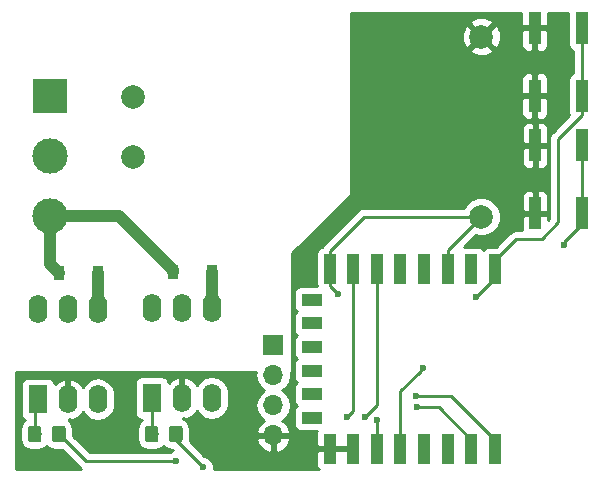
<source format=gtl>
G04 #@! TF.GenerationSoftware,KiCad,Pcbnew,5.0.2-bee76a0~70~ubuntu18.04.1*
G04 #@! TF.CreationDate,2019-03-11T17:22:41+01:00*
G04 #@! TF.ProjectId,FilPilote,46696c50-696c-46f7-9465-2e6b69636164,rev?*
G04 #@! TF.SameCoordinates,Original*
G04 #@! TF.FileFunction,Copper,L1,Top*
G04 #@! TF.FilePolarity,Positive*
%FSLAX46Y46*%
G04 Gerber Fmt 4.6, Leading zero omitted, Abs format (unit mm)*
G04 Created by KiCad (PCBNEW 5.0.2-bee76a0~70~ubuntu18.04.1) date lun. 11 mars 2019 17:22:41 CET*
%MOMM*%
%LPD*%
G01*
G04 APERTURE LIST*
G04 #@! TA.AperFunction,SMDPad,CuDef*
%ADD10R,1.000000X2.750000*%
G04 #@! TD*
G04 #@! TA.AperFunction,SMDPad,CuDef*
%ADD11R,1.000000X2.500000*%
G04 #@! TD*
G04 #@! TA.AperFunction,SMDPad,CuDef*
%ADD12R,1.800000X1.000000*%
G04 #@! TD*
G04 #@! TA.AperFunction,ComponentPad*
%ADD13C,2.000000*%
G04 #@! TD*
G04 #@! TA.AperFunction,ComponentPad*
%ADD14R,1.700000X1.700000*%
G04 #@! TD*
G04 #@! TA.AperFunction,ComponentPad*
%ADD15O,1.700000X1.700000*%
G04 #@! TD*
G04 #@! TA.AperFunction,ComponentPad*
%ADD16R,3.000000X3.000000*%
G04 #@! TD*
G04 #@! TA.AperFunction,ComponentPad*
%ADD17C,3.000000*%
G04 #@! TD*
G04 #@! TA.AperFunction,Conductor*
%ADD18C,0.100000*%
G04 #@! TD*
G04 #@! TA.AperFunction,SMDPad,CuDef*
%ADD19C,1.150000*%
G04 #@! TD*
G04 #@! TA.AperFunction,ComponentPad*
%ADD20O,1.600000X2.400000*%
G04 #@! TD*
G04 #@! TA.AperFunction,ComponentPad*
%ADD21R,1.600000X2.400000*%
G04 #@! TD*
G04 #@! TA.AperFunction,SMDPad,CuDef*
%ADD22R,0.900000X1.200000*%
G04 #@! TD*
G04 #@! TA.AperFunction,ViaPad*
%ADD23C,0.600000*%
G04 #@! TD*
G04 #@! TA.AperFunction,Conductor*
%ADD24C,0.250000*%
G04 #@! TD*
G04 #@! TA.AperFunction,Conductor*
%ADD25C,1.000000*%
G04 #@! TD*
G04 #@! TA.AperFunction,Conductor*
%ADD26C,0.254000*%
G04 #@! TD*
G04 APERTURE END LIST*
D10*
G04 #@! TO.P,FLASH,2*
G04 #@! TO.N,/GND*
X156020000Y-90043000D03*
X156020000Y-84283000D03*
G04 #@! TO.P,FLASH,1*
G04 #@! TO.N,Net-(R8-Pad1)*
X160020000Y-84283000D03*
X160020000Y-90043000D03*
G04 #@! TD*
D11*
G04 #@! TO.P,U4,1*
G04 #@! TO.N,Net-(R7-Pad1)*
X152622000Y-94742000D03*
G04 #@! TO.P,U4,2*
G04 #@! TO.N,N/C*
X150622000Y-94742000D03*
G04 #@! TO.P,U4,3*
G04 #@! TO.N,/3V3*
X148622000Y-94742000D03*
G04 #@! TO.P,U4,4*
G04 #@! TO.N,N/C*
X146622000Y-94742000D03*
G04 #@! TO.P,U4,5*
X144622000Y-94742000D03*
G04 #@! TO.P,U4,6*
G04 #@! TO.N,/O1*
X142622000Y-94742000D03*
G04 #@! TO.P,U4,7*
G04 #@! TO.N,/O2*
X140622000Y-94742000D03*
G04 #@! TO.P,U4,8*
G04 #@! TO.N,/3V3*
X138622000Y-94742000D03*
D12*
G04 #@! TO.P,U4,9*
G04 #@! TO.N,N/C*
X137122000Y-97342000D03*
G04 #@! TO.P,U4,10*
X137122000Y-99342000D03*
G04 #@! TO.P,U4,11*
X137122000Y-101342000D03*
G04 #@! TO.P,U4,12*
X137122000Y-103342000D03*
G04 #@! TO.P,U4,13*
X137122000Y-105342000D03*
G04 #@! TO.P,U4,14*
X137122000Y-107342000D03*
D11*
G04 #@! TO.P,U4,15*
G04 #@! TO.N,/GND*
X138622000Y-109942000D03*
G04 #@! TO.P,U4,16*
X140622000Y-109942000D03*
G04 #@! TO.P,U4,17*
G04 #@! TO.N,Net-(R3-Pad1)*
X142622000Y-109942000D03*
G04 #@! TO.P,U4,18*
G04 #@! TO.N,Net-(R8-Pad1)*
X144622000Y-109942000D03*
G04 #@! TO.P,U4,19*
G04 #@! TO.N,N/C*
X146622000Y-109942000D03*
G04 #@! TO.P,U4,20*
X148622000Y-109942000D03*
G04 #@! TO.P,U4,21*
G04 #@! TO.N,/RXD*
X150622000Y-109942000D03*
G04 #@! TO.P,U4,22*
G04 #@! TO.N,/TXD*
X152622000Y-109942000D03*
G04 #@! TD*
D13*
G04 #@! TO.P,U5,1*
G04 #@! TO.N,/PH_IN*
X122009001Y-80152001D03*
G04 #@! TO.P,U5,2*
G04 #@! TO.N,/NEUTRE*
X122009001Y-85232001D03*
G04 #@! TO.P,U5,3*
G04 #@! TO.N,/GND*
X151473001Y-75072001D03*
G04 #@! TO.P,U5,4*
G04 #@! TO.N,/3V3*
X151473001Y-90312001D03*
G04 #@! TD*
D14*
G04 #@! TO.P,J1,1*
G04 #@! TO.N,/3V3*
X133858000Y-101219000D03*
D15*
G04 #@! TO.P,J1,2*
G04 #@! TO.N,/TXD*
X133858000Y-103759000D03*
G04 #@! TO.P,J1,3*
G04 #@! TO.N,/RXD*
X133858000Y-106299000D03*
G04 #@! TO.P,J1,4*
G04 #@! TO.N,/GND*
X133858000Y-108839000D03*
G04 #@! TD*
D16*
G04 #@! TO.P,P1,1*
G04 #@! TO.N,/PH_IN*
X114935000Y-80137000D03*
D17*
G04 #@! TO.P,P1,2*
G04 #@! TO.N,/NEUTRE*
X114935000Y-85217000D03*
G04 #@! TO.P,P1,3*
G04 #@! TO.N,/FP_OUT*
X114935000Y-90297000D03*
G04 #@! TD*
D18*
G04 #@! TO.N,/O1*
G04 #@! TO.C,R1*
G36*
X125952505Y-108013204D02*
X125976773Y-108016804D01*
X126000572Y-108022765D01*
X126023671Y-108031030D01*
X126045850Y-108041520D01*
X126066893Y-108054132D01*
X126086599Y-108068747D01*
X126104777Y-108085223D01*
X126121253Y-108103401D01*
X126135868Y-108123107D01*
X126148480Y-108144150D01*
X126158970Y-108166329D01*
X126167235Y-108189428D01*
X126173196Y-108213227D01*
X126176796Y-108237495D01*
X126178000Y-108261999D01*
X126178000Y-109162001D01*
X126176796Y-109186505D01*
X126173196Y-109210773D01*
X126167235Y-109234572D01*
X126158970Y-109257671D01*
X126148480Y-109279850D01*
X126135868Y-109300893D01*
X126121253Y-109320599D01*
X126104777Y-109338777D01*
X126086599Y-109355253D01*
X126066893Y-109369868D01*
X126045850Y-109382480D01*
X126023671Y-109392970D01*
X126000572Y-109401235D01*
X125976773Y-109407196D01*
X125952505Y-109410796D01*
X125928001Y-109412000D01*
X125277999Y-109412000D01*
X125253495Y-109410796D01*
X125229227Y-109407196D01*
X125205428Y-109401235D01*
X125182329Y-109392970D01*
X125160150Y-109382480D01*
X125139107Y-109369868D01*
X125119401Y-109355253D01*
X125101223Y-109338777D01*
X125084747Y-109320599D01*
X125070132Y-109300893D01*
X125057520Y-109279850D01*
X125047030Y-109257671D01*
X125038765Y-109234572D01*
X125032804Y-109210773D01*
X125029204Y-109186505D01*
X125028000Y-109162001D01*
X125028000Y-108261999D01*
X125029204Y-108237495D01*
X125032804Y-108213227D01*
X125038765Y-108189428D01*
X125047030Y-108166329D01*
X125057520Y-108144150D01*
X125070132Y-108123107D01*
X125084747Y-108103401D01*
X125101223Y-108085223D01*
X125119401Y-108068747D01*
X125139107Y-108054132D01*
X125160150Y-108041520D01*
X125182329Y-108031030D01*
X125205428Y-108022765D01*
X125229227Y-108016804D01*
X125253495Y-108013204D01*
X125277999Y-108012000D01*
X125928001Y-108012000D01*
X125952505Y-108013204D01*
X125952505Y-108013204D01*
G37*
D19*
G04 #@! TD*
G04 #@! TO.P,R1,2*
G04 #@! TO.N,/O1*
X125603000Y-108712000D03*
D18*
G04 #@! TO.N,Net-(R1-Pad1)*
G04 #@! TO.C,R1*
G36*
X123902505Y-108013204D02*
X123926773Y-108016804D01*
X123950572Y-108022765D01*
X123973671Y-108031030D01*
X123995850Y-108041520D01*
X124016893Y-108054132D01*
X124036599Y-108068747D01*
X124054777Y-108085223D01*
X124071253Y-108103401D01*
X124085868Y-108123107D01*
X124098480Y-108144150D01*
X124108970Y-108166329D01*
X124117235Y-108189428D01*
X124123196Y-108213227D01*
X124126796Y-108237495D01*
X124128000Y-108261999D01*
X124128000Y-109162001D01*
X124126796Y-109186505D01*
X124123196Y-109210773D01*
X124117235Y-109234572D01*
X124108970Y-109257671D01*
X124098480Y-109279850D01*
X124085868Y-109300893D01*
X124071253Y-109320599D01*
X124054777Y-109338777D01*
X124036599Y-109355253D01*
X124016893Y-109369868D01*
X123995850Y-109382480D01*
X123973671Y-109392970D01*
X123950572Y-109401235D01*
X123926773Y-109407196D01*
X123902505Y-109410796D01*
X123878001Y-109412000D01*
X123227999Y-109412000D01*
X123203495Y-109410796D01*
X123179227Y-109407196D01*
X123155428Y-109401235D01*
X123132329Y-109392970D01*
X123110150Y-109382480D01*
X123089107Y-109369868D01*
X123069401Y-109355253D01*
X123051223Y-109338777D01*
X123034747Y-109320599D01*
X123020132Y-109300893D01*
X123007520Y-109279850D01*
X122997030Y-109257671D01*
X122988765Y-109234572D01*
X122982804Y-109210773D01*
X122979204Y-109186505D01*
X122978000Y-109162001D01*
X122978000Y-108261999D01*
X122979204Y-108237495D01*
X122982804Y-108213227D01*
X122988765Y-108189428D01*
X122997030Y-108166329D01*
X123007520Y-108144150D01*
X123020132Y-108123107D01*
X123034747Y-108103401D01*
X123051223Y-108085223D01*
X123069401Y-108068747D01*
X123089107Y-108054132D01*
X123110150Y-108041520D01*
X123132329Y-108031030D01*
X123155428Y-108022765D01*
X123179227Y-108016804D01*
X123203495Y-108013204D01*
X123227999Y-108012000D01*
X123878001Y-108012000D01*
X123902505Y-108013204D01*
X123902505Y-108013204D01*
G37*
D19*
G04 #@! TD*
G04 #@! TO.P,R1,1*
G04 #@! TO.N,Net-(R1-Pad1)*
X123553000Y-108712000D03*
D18*
G04 #@! TO.N,Net-(R2-Pad1)*
G04 #@! TO.C,R2*
G36*
X113996505Y-108013204D02*
X114020773Y-108016804D01*
X114044572Y-108022765D01*
X114067671Y-108031030D01*
X114089850Y-108041520D01*
X114110893Y-108054132D01*
X114130599Y-108068747D01*
X114148777Y-108085223D01*
X114165253Y-108103401D01*
X114179868Y-108123107D01*
X114192480Y-108144150D01*
X114202970Y-108166329D01*
X114211235Y-108189428D01*
X114217196Y-108213227D01*
X114220796Y-108237495D01*
X114222000Y-108261999D01*
X114222000Y-109162001D01*
X114220796Y-109186505D01*
X114217196Y-109210773D01*
X114211235Y-109234572D01*
X114202970Y-109257671D01*
X114192480Y-109279850D01*
X114179868Y-109300893D01*
X114165253Y-109320599D01*
X114148777Y-109338777D01*
X114130599Y-109355253D01*
X114110893Y-109369868D01*
X114089850Y-109382480D01*
X114067671Y-109392970D01*
X114044572Y-109401235D01*
X114020773Y-109407196D01*
X113996505Y-109410796D01*
X113972001Y-109412000D01*
X113321999Y-109412000D01*
X113297495Y-109410796D01*
X113273227Y-109407196D01*
X113249428Y-109401235D01*
X113226329Y-109392970D01*
X113204150Y-109382480D01*
X113183107Y-109369868D01*
X113163401Y-109355253D01*
X113145223Y-109338777D01*
X113128747Y-109320599D01*
X113114132Y-109300893D01*
X113101520Y-109279850D01*
X113091030Y-109257671D01*
X113082765Y-109234572D01*
X113076804Y-109210773D01*
X113073204Y-109186505D01*
X113072000Y-109162001D01*
X113072000Y-108261999D01*
X113073204Y-108237495D01*
X113076804Y-108213227D01*
X113082765Y-108189428D01*
X113091030Y-108166329D01*
X113101520Y-108144150D01*
X113114132Y-108123107D01*
X113128747Y-108103401D01*
X113145223Y-108085223D01*
X113163401Y-108068747D01*
X113183107Y-108054132D01*
X113204150Y-108041520D01*
X113226329Y-108031030D01*
X113249428Y-108022765D01*
X113273227Y-108016804D01*
X113297495Y-108013204D01*
X113321999Y-108012000D01*
X113972001Y-108012000D01*
X113996505Y-108013204D01*
X113996505Y-108013204D01*
G37*
D19*
G04 #@! TD*
G04 #@! TO.P,R2,1*
G04 #@! TO.N,Net-(R2-Pad1)*
X113647000Y-108712000D03*
D18*
G04 #@! TO.N,/O2*
G04 #@! TO.C,R2*
G36*
X116046505Y-108013204D02*
X116070773Y-108016804D01*
X116094572Y-108022765D01*
X116117671Y-108031030D01*
X116139850Y-108041520D01*
X116160893Y-108054132D01*
X116180599Y-108068747D01*
X116198777Y-108085223D01*
X116215253Y-108103401D01*
X116229868Y-108123107D01*
X116242480Y-108144150D01*
X116252970Y-108166329D01*
X116261235Y-108189428D01*
X116267196Y-108213227D01*
X116270796Y-108237495D01*
X116272000Y-108261999D01*
X116272000Y-109162001D01*
X116270796Y-109186505D01*
X116267196Y-109210773D01*
X116261235Y-109234572D01*
X116252970Y-109257671D01*
X116242480Y-109279850D01*
X116229868Y-109300893D01*
X116215253Y-109320599D01*
X116198777Y-109338777D01*
X116180599Y-109355253D01*
X116160893Y-109369868D01*
X116139850Y-109382480D01*
X116117671Y-109392970D01*
X116094572Y-109401235D01*
X116070773Y-109407196D01*
X116046505Y-109410796D01*
X116022001Y-109412000D01*
X115371999Y-109412000D01*
X115347495Y-109410796D01*
X115323227Y-109407196D01*
X115299428Y-109401235D01*
X115276329Y-109392970D01*
X115254150Y-109382480D01*
X115233107Y-109369868D01*
X115213401Y-109355253D01*
X115195223Y-109338777D01*
X115178747Y-109320599D01*
X115164132Y-109300893D01*
X115151520Y-109279850D01*
X115141030Y-109257671D01*
X115132765Y-109234572D01*
X115126804Y-109210773D01*
X115123204Y-109186505D01*
X115122000Y-109162001D01*
X115122000Y-108261999D01*
X115123204Y-108237495D01*
X115126804Y-108213227D01*
X115132765Y-108189428D01*
X115141030Y-108166329D01*
X115151520Y-108144150D01*
X115164132Y-108123107D01*
X115178747Y-108103401D01*
X115195223Y-108085223D01*
X115213401Y-108068747D01*
X115233107Y-108054132D01*
X115254150Y-108041520D01*
X115276329Y-108031030D01*
X115299428Y-108022765D01*
X115323227Y-108016804D01*
X115347495Y-108013204D01*
X115371999Y-108012000D01*
X116022001Y-108012000D01*
X116046505Y-108013204D01*
X116046505Y-108013204D01*
G37*
D19*
G04 #@! TD*
G04 #@! TO.P,R2,2*
G04 #@! TO.N,/O2*
X115697000Y-108712000D03*
D10*
G04 #@! TO.P,RST,1*
G04 #@! TO.N,/GND*
X155988000Y-74336000D03*
X155988000Y-80096000D03*
G04 #@! TO.P,RST,2*
G04 #@! TO.N,Net-(R7-Pad1)*
X159988000Y-80096000D03*
X159988000Y-74336000D03*
G04 #@! TD*
D20*
G04 #@! TO.P,U1,6*
G04 #@! TO.N,/PH_IN*
X123571000Y-98044000D03*
G04 #@! TO.P,U1,3*
G04 #@! TO.N,N/C*
X128651000Y-105664000D03*
G04 #@! TO.P,U1,5*
X126111000Y-98044000D03*
G04 #@! TO.P,U1,2*
G04 #@! TO.N,/GND*
X126111000Y-105664000D03*
G04 #@! TO.P,U1,4*
G04 #@! TO.N,Net-(D1-Pad2)*
X128651000Y-98044000D03*
D21*
G04 #@! TO.P,U1,1*
G04 #@! TO.N,Net-(R1-Pad1)*
X123571000Y-105664000D03*
G04 #@! TD*
G04 #@! TO.P,U2,1*
G04 #@! TO.N,Net-(R2-Pad1)*
X113919000Y-105791000D03*
D20*
G04 #@! TO.P,U2,4*
G04 #@! TO.N,Net-(D2-Pad1)*
X118999000Y-98171000D03*
G04 #@! TO.P,U2,2*
G04 #@! TO.N,/GND*
X116459000Y-105791000D03*
G04 #@! TO.P,U2,5*
G04 #@! TO.N,N/C*
X116459000Y-98171000D03*
G04 #@! TO.P,U2,3*
X118999000Y-105791000D03*
G04 #@! TO.P,U2,6*
G04 #@! TO.N,/PH_IN*
X113919000Y-98171000D03*
G04 #@! TD*
D22*
G04 #@! TO.P,D1,2*
G04 #@! TO.N,Net-(D1-Pad2)*
X128649000Y-94996000D03*
G04 #@! TO.P,D1,1*
G04 #@! TO.N,/FP_OUT*
X125349000Y-94996000D03*
G04 #@! TD*
G04 #@! TO.P,D2,1*
G04 #@! TO.N,Net-(D2-Pad1)*
X118997000Y-95123000D03*
G04 #@! TO.P,D2,2*
G04 #@! TO.N,/FP_OUT*
X115697000Y-95123000D03*
G04 #@! TD*
D23*
G04 #@! TO.N,/3V3*
X139319000Y-96901000D03*
G04 #@! TO.N,/TXD*
X145978876Y-105499025D03*
G04 #@! TO.N,/RXD*
X145986500Y-106426006D03*
G04 #@! TO.N,/O1*
X141605000Y-107315000D03*
X127889000Y-111506000D03*
G04 #@! TO.N,/O2*
X125603000Y-110998000D03*
X140081000Y-107315000D03*
G04 #@! TO.N,Net-(R7-Pad1)*
X151003000Y-97155000D03*
G04 #@! TO.N,Net-(R8-Pad1)*
X146558000Y-103124000D03*
X158496000Y-92710000D03*
G04 #@! TO.N,Net-(R3-Pad1)*
X142621000Y-107569000D03*
G04 #@! TD*
D24*
G04 #@! TO.N,/3V3*
X138622000Y-94742000D02*
X138622000Y-96204000D01*
X138622000Y-96204000D02*
X139319000Y-96901000D01*
X148622000Y-94742000D02*
X148622000Y-93163002D01*
X148622000Y-93163002D02*
X151473001Y-90312001D01*
X141551999Y-90312001D02*
X150058788Y-90312001D01*
X150058788Y-90312001D02*
X151473001Y-90312001D01*
X138622000Y-93242000D02*
X141551999Y-90312001D01*
X138622000Y-94742000D02*
X138622000Y-93242000D01*
D25*
G04 #@! TO.N,Net-(D1-Pad2)*
X128651000Y-94998000D02*
X128649000Y-94996000D01*
X128651000Y-98044000D02*
X128651000Y-94998000D01*
G04 #@! TO.N,/FP_OUT*
X114935000Y-94361000D02*
X115697000Y-95123000D01*
X114935000Y-90297000D02*
X114935000Y-94361000D01*
X125349000Y-94846000D02*
X125349000Y-94996000D01*
X120800000Y-90297000D02*
X125349000Y-94846000D01*
X114935000Y-90297000D02*
X120800000Y-90297000D01*
G04 #@! TO.N,Net-(D2-Pad1)*
X118999000Y-95125000D02*
X118997000Y-95123000D01*
X118999000Y-98171000D02*
X118999000Y-95125000D01*
D24*
G04 #@! TO.N,Net-(R1-Pad1)*
X123571000Y-107658000D02*
X123571000Y-105664000D01*
X123571000Y-108458000D02*
X123571000Y-107658000D01*
G04 #@! TO.N,Net-(R2-Pad1)*
X113647000Y-106063000D02*
X113919000Y-105791000D01*
X113647000Y-108712000D02*
X113647000Y-106063000D01*
G04 #@! TO.N,/TXD*
X146403140Y-105499025D02*
X145978876Y-105499025D01*
X152622000Y-109942000D02*
X152622000Y-109192000D01*
X148929025Y-105499025D02*
X146403140Y-105499025D01*
X152622000Y-109192000D02*
X148929025Y-105499025D01*
G04 #@! TO.N,/RXD*
X147856006Y-106426006D02*
X146410764Y-106426006D01*
X150622000Y-109942000D02*
X150622000Y-109192000D01*
X150622000Y-109192000D02*
X147856006Y-106426006D01*
X146410764Y-106426006D02*
X145986500Y-106426006D01*
G04 #@! TO.N,/O1*
X125748000Y-108585000D02*
X125621000Y-108458000D01*
X142622000Y-94742000D02*
X142622000Y-106298000D01*
X142622000Y-106298000D02*
X141605000Y-107315000D01*
X125603000Y-109220000D02*
X125603000Y-108712000D01*
X127889000Y-111506000D02*
X125603000Y-109220000D01*
G04 #@! TO.N,/O2*
X115697000Y-108712000D02*
X117983000Y-110998000D01*
X117983000Y-110998000D02*
X125603000Y-110998000D01*
X140622000Y-97376000D02*
X140622000Y-94742000D01*
X140081000Y-107315000D02*
X140622000Y-106774000D01*
X140622000Y-106774000D02*
X140622000Y-97376000D01*
G04 #@! TO.N,Net-(R7-Pad1)*
X159988000Y-74336000D02*
X159988000Y-80096000D01*
X152622000Y-93992000D02*
X152622000Y-94742000D01*
X159988000Y-81721000D02*
X157988000Y-83721000D01*
X159988000Y-80096000D02*
X159988000Y-81721000D01*
X157988000Y-83721000D02*
X157988000Y-90805000D01*
X157988000Y-90805000D02*
X156591000Y-92202000D01*
X156591000Y-92202000D02*
X154412000Y-92202000D01*
X154412000Y-92202000D02*
X152622000Y-93992000D01*
X151003000Y-97111000D02*
X151003000Y-97155000D01*
X152622000Y-95492000D02*
X151003000Y-97111000D01*
X152622000Y-94742000D02*
X152622000Y-95492000D01*
G04 #@! TO.N,Net-(R8-Pad1)*
X160020000Y-85908000D02*
X160020000Y-90043000D01*
X160020000Y-84283000D02*
X160020000Y-85908000D01*
X146258001Y-103423999D02*
X146558000Y-103124000D01*
X144622000Y-105060000D02*
X146258001Y-103423999D01*
X144622000Y-109942000D02*
X144622000Y-105060000D01*
X158496000Y-92442000D02*
X158496000Y-92710000D01*
X160020000Y-90043000D02*
X160020000Y-90918000D01*
X160020000Y-90918000D02*
X158496000Y-92442000D01*
G04 #@! TO.N,Net-(R3-Pad1)*
X142621000Y-109941000D02*
X142622000Y-109942000D01*
X142621000Y-107569000D02*
X142621000Y-109941000D01*
G04 #@! TD*
D26*
G04 #@! TO.N,/GND*
G36*
X154853000Y-74050250D02*
X155011750Y-74209000D01*
X155861000Y-74209000D01*
X155861000Y-74189000D01*
X156115000Y-74189000D01*
X156115000Y-74209000D01*
X156964250Y-74209000D01*
X157123000Y-74050250D01*
X157123000Y-73085000D01*
X158840560Y-73085000D01*
X158840560Y-75711000D01*
X158889843Y-75958765D01*
X159030191Y-76168809D01*
X159228000Y-76300982D01*
X159228001Y-78131018D01*
X159030191Y-78263191D01*
X158889843Y-78473235D01*
X158840560Y-78721000D01*
X158840560Y-81471000D01*
X158889843Y-81718765D01*
X158900093Y-81734105D01*
X157503530Y-83130669D01*
X157440071Y-83173071D01*
X157272096Y-83424464D01*
X157228000Y-83646149D01*
X157228000Y-83646153D01*
X157213112Y-83721000D01*
X157228000Y-83795847D01*
X157228001Y-90490196D01*
X157155000Y-90563197D01*
X157155000Y-90328750D01*
X156996250Y-90170000D01*
X156147000Y-90170000D01*
X156147000Y-90190000D01*
X155893000Y-90190000D01*
X155893000Y-90170000D01*
X155043750Y-90170000D01*
X154885000Y-90328750D01*
X154885000Y-91442000D01*
X154486846Y-91442000D01*
X154411999Y-91427112D01*
X154337152Y-91442000D01*
X154337148Y-91442000D01*
X154115463Y-91486096D01*
X153864071Y-91654071D01*
X153821671Y-91717527D01*
X152694639Y-92844560D01*
X152122000Y-92844560D01*
X151874235Y-92893843D01*
X151664191Y-93034191D01*
X151622000Y-93097334D01*
X151579809Y-93034191D01*
X151369765Y-92893843D01*
X151122000Y-92844560D01*
X150122000Y-92844560D01*
X149988736Y-92871068D01*
X150981626Y-91878178D01*
X151147779Y-91947001D01*
X151798223Y-91947001D01*
X152399154Y-91698087D01*
X152859087Y-91238154D01*
X153108001Y-90637223D01*
X153108001Y-89986779D01*
X152859087Y-89385848D01*
X152399154Y-88925915D01*
X151798223Y-88677001D01*
X151147779Y-88677001D01*
X150546848Y-88925915D01*
X150086915Y-89385848D01*
X150018092Y-89552001D01*
X141626845Y-89552001D01*
X141551998Y-89537113D01*
X141477151Y-89552001D01*
X141477147Y-89552001D01*
X141255462Y-89596097D01*
X141255460Y-89596098D01*
X141255461Y-89596098D01*
X141067525Y-89721672D01*
X141067523Y-89721674D01*
X141004070Y-89764072D01*
X140961672Y-89827525D01*
X138137528Y-92651671D01*
X138074072Y-92694071D01*
X138031672Y-92757527D01*
X138031671Y-92757528D01*
X137950759Y-92878622D01*
X137874235Y-92893843D01*
X137664191Y-93034191D01*
X137523843Y-93244235D01*
X137474560Y-93492000D01*
X137474560Y-95992000D01*
X137514851Y-96194560D01*
X136222000Y-96194560D01*
X135974235Y-96243843D01*
X135764191Y-96384191D01*
X135623843Y-96594235D01*
X135574560Y-96842000D01*
X135574560Y-97842000D01*
X135623843Y-98089765D01*
X135764191Y-98299809D01*
X135827334Y-98342000D01*
X135764191Y-98384191D01*
X135623843Y-98594235D01*
X135574560Y-98842000D01*
X135574560Y-99842000D01*
X135623843Y-100089765D01*
X135764191Y-100299809D01*
X135827334Y-100342000D01*
X135764191Y-100384191D01*
X135623843Y-100594235D01*
X135574560Y-100842000D01*
X135574560Y-101842000D01*
X135623843Y-102089765D01*
X135764191Y-102299809D01*
X135827334Y-102342000D01*
X135764191Y-102384191D01*
X135623843Y-102594235D01*
X135574560Y-102842000D01*
X135574560Y-103842000D01*
X135623843Y-104089765D01*
X135764191Y-104299809D01*
X135827334Y-104342000D01*
X135764191Y-104384191D01*
X135623843Y-104594235D01*
X135574560Y-104842000D01*
X135574560Y-105842000D01*
X135623843Y-106089765D01*
X135764191Y-106299809D01*
X135827334Y-106342000D01*
X135764191Y-106384191D01*
X135623843Y-106594235D01*
X135574560Y-106842000D01*
X135574560Y-107842000D01*
X135623843Y-108089765D01*
X135764191Y-108299809D01*
X135974235Y-108440157D01*
X136222000Y-108489440D01*
X137518584Y-108489440D01*
X137487000Y-108565691D01*
X137487000Y-109656250D01*
X137645750Y-109815000D01*
X138495000Y-109815000D01*
X138495000Y-109795000D01*
X138749000Y-109795000D01*
X138749000Y-109815000D01*
X139598250Y-109815000D01*
X139622000Y-109791250D01*
X139645750Y-109815000D01*
X140495000Y-109815000D01*
X140495000Y-109795000D01*
X140749000Y-109795000D01*
X140749000Y-109815000D01*
X140769000Y-109815000D01*
X140769000Y-110069000D01*
X140749000Y-110069000D01*
X140749000Y-110089000D01*
X140495000Y-110089000D01*
X140495000Y-110069000D01*
X139645750Y-110069000D01*
X139622000Y-110092750D01*
X139598250Y-110069000D01*
X138749000Y-110069000D01*
X138749000Y-110089000D01*
X138495000Y-110089000D01*
X138495000Y-110069000D01*
X137645750Y-110069000D01*
X137487000Y-110227750D01*
X137487000Y-111318309D01*
X137583673Y-111551698D01*
X137696974Y-111665000D01*
X128824000Y-111665000D01*
X128824000Y-111320017D01*
X128681655Y-110976365D01*
X128418635Y-110713345D01*
X128074983Y-110571000D01*
X128028802Y-110571000D01*
X126791323Y-109333521D01*
X126818699Y-109195890D01*
X132416524Y-109195890D01*
X132586355Y-109605924D01*
X132976642Y-110034183D01*
X133501108Y-110280486D01*
X133731000Y-110159819D01*
X133731000Y-108966000D01*
X133985000Y-108966000D01*
X133985000Y-110159819D01*
X134214892Y-110280486D01*
X134739358Y-110034183D01*
X135129645Y-109605924D01*
X135299476Y-109195890D01*
X135178155Y-108966000D01*
X133985000Y-108966000D01*
X133731000Y-108966000D01*
X132537845Y-108966000D01*
X132416524Y-109195890D01*
X126818699Y-109195890D01*
X126825440Y-109162001D01*
X126825440Y-108261999D01*
X126757127Y-107918564D01*
X126562586Y-107627414D01*
X126271436Y-107432873D01*
X126238002Y-107426223D01*
X126238002Y-107333916D01*
X126460039Y-107455904D01*
X126542819Y-107438367D01*
X127035896Y-107168500D01*
X127378501Y-106742501D01*
X127616424Y-107098577D01*
X128091092Y-107415740D01*
X128651000Y-107527113D01*
X129210909Y-107415740D01*
X129685577Y-107098577D01*
X130002740Y-106623909D01*
X130086000Y-106205332D01*
X130086000Y-105122667D01*
X130002740Y-104704091D01*
X129685576Y-104229423D01*
X129210908Y-103912260D01*
X128651000Y-103800887D01*
X128091091Y-103912260D01*
X127616423Y-104229424D01*
X127378501Y-104585499D01*
X127035896Y-104159500D01*
X126542819Y-103889633D01*
X126460039Y-103872096D01*
X126238000Y-103994085D01*
X126238000Y-105537000D01*
X126258000Y-105537000D01*
X126258000Y-105791000D01*
X126238000Y-105791000D01*
X126238000Y-105811000D01*
X125984000Y-105811000D01*
X125984000Y-105791000D01*
X125964000Y-105791000D01*
X125964000Y-105537000D01*
X125984000Y-105537000D01*
X125984000Y-103994085D01*
X125761961Y-103872096D01*
X125679181Y-103889633D01*
X125186104Y-104159500D01*
X125003127Y-104387016D01*
X124969157Y-104216235D01*
X124828809Y-104006191D01*
X124618765Y-103865843D01*
X124371000Y-103816560D01*
X122771000Y-103816560D01*
X122523235Y-103865843D01*
X122313191Y-104006191D01*
X122172843Y-104216235D01*
X122123560Y-104464000D01*
X122123560Y-106864000D01*
X122172843Y-107111765D01*
X122313191Y-107321809D01*
X122523235Y-107462157D01*
X122767903Y-107510824D01*
X122593414Y-107627414D01*
X122398873Y-107918564D01*
X122330560Y-108261999D01*
X122330560Y-109162001D01*
X122398873Y-109505436D01*
X122593414Y-109796586D01*
X122884564Y-109991127D01*
X123227999Y-110059440D01*
X123878001Y-110059440D01*
X124221436Y-109991127D01*
X124512586Y-109796586D01*
X124578000Y-109698687D01*
X124643414Y-109796586D01*
X124934564Y-109991127D01*
X125277999Y-110059440D01*
X125367639Y-110059440D01*
X125384619Y-110076420D01*
X125073365Y-110205345D01*
X125040710Y-110238000D01*
X118297802Y-110238000D01*
X116919440Y-108859639D01*
X116919440Y-108261999D01*
X116851127Y-107918564D01*
X116656586Y-107627414D01*
X116586002Y-107580251D01*
X116586002Y-107460916D01*
X116808039Y-107582904D01*
X116890819Y-107565367D01*
X117383896Y-107295500D01*
X117726501Y-106869501D01*
X117964424Y-107225577D01*
X118439092Y-107542740D01*
X118999000Y-107654113D01*
X119558909Y-107542740D01*
X120033577Y-107225577D01*
X120350740Y-106750909D01*
X120434000Y-106332332D01*
X120434000Y-105249667D01*
X120350740Y-104831091D01*
X120033576Y-104356423D01*
X119558908Y-104039260D01*
X118999000Y-103927887D01*
X118439091Y-104039260D01*
X117964423Y-104356424D01*
X117726501Y-104712499D01*
X117383896Y-104286500D01*
X116890819Y-104016633D01*
X116808039Y-103999096D01*
X116586000Y-104121085D01*
X116586000Y-105664000D01*
X116606000Y-105664000D01*
X116606000Y-105918000D01*
X116586000Y-105918000D01*
X116586000Y-105938000D01*
X116332000Y-105938000D01*
X116332000Y-105918000D01*
X116312000Y-105918000D01*
X116312000Y-105664000D01*
X116332000Y-105664000D01*
X116332000Y-104121085D01*
X116109961Y-103999096D01*
X116027181Y-104016633D01*
X115534104Y-104286500D01*
X115351127Y-104514016D01*
X115317157Y-104343235D01*
X115176809Y-104133191D01*
X114966765Y-103992843D01*
X114719000Y-103943560D01*
X113119000Y-103943560D01*
X112871235Y-103992843D01*
X112661191Y-104133191D01*
X112520843Y-104343235D01*
X112471560Y-104591000D01*
X112471560Y-106991000D01*
X112520843Y-107238765D01*
X112661191Y-107448809D01*
X112807952Y-107546873D01*
X112687414Y-107627414D01*
X112492873Y-107918564D01*
X112424560Y-108261999D01*
X112424560Y-109162001D01*
X112492873Y-109505436D01*
X112687414Y-109796586D01*
X112978564Y-109991127D01*
X113321999Y-110059440D01*
X113972001Y-110059440D01*
X114315436Y-109991127D01*
X114606586Y-109796586D01*
X114672000Y-109698687D01*
X114737414Y-109796586D01*
X115028564Y-109991127D01*
X115371999Y-110059440D01*
X115969639Y-110059440D01*
X117392671Y-111482473D01*
X117435071Y-111545929D01*
X117613273Y-111665000D01*
X112060000Y-111665000D01*
X112060000Y-103502000D01*
X132395028Y-103502000D01*
X132343908Y-103759000D01*
X132459161Y-104338418D01*
X132787375Y-104829625D01*
X133085761Y-105029000D01*
X132787375Y-105228375D01*
X132459161Y-105719582D01*
X132343908Y-106299000D01*
X132459161Y-106878418D01*
X132787375Y-107369625D01*
X133106478Y-107582843D01*
X132976642Y-107643817D01*
X132586355Y-108072076D01*
X132416524Y-108482110D01*
X132537845Y-108712000D01*
X133731000Y-108712000D01*
X133731000Y-108692000D01*
X133985000Y-108692000D01*
X133985000Y-108712000D01*
X135178155Y-108712000D01*
X135299476Y-108482110D01*
X135129645Y-108072076D01*
X134739358Y-107643817D01*
X134609522Y-107582843D01*
X134928625Y-107369625D01*
X135256839Y-106878418D01*
X135372092Y-106299000D01*
X135256839Y-105719582D01*
X134928625Y-105228375D01*
X134630239Y-105029000D01*
X134928625Y-104829625D01*
X135256839Y-104338418D01*
X135372092Y-103759000D01*
X135320972Y-103502000D01*
X135350000Y-103502000D01*
X135398601Y-103492333D01*
X135439803Y-103464803D01*
X135467333Y-103423601D01*
X135477000Y-103375000D01*
X135477000Y-93427606D01*
X140362915Y-88541691D01*
X154885000Y-88541691D01*
X154885000Y-89757250D01*
X155043750Y-89916000D01*
X155893000Y-89916000D01*
X155893000Y-88191750D01*
X156147000Y-88191750D01*
X156147000Y-89916000D01*
X156996250Y-89916000D01*
X157155000Y-89757250D01*
X157155000Y-88541691D01*
X157058327Y-88308302D01*
X156879699Y-88129673D01*
X156646310Y-88033000D01*
X156305750Y-88033000D01*
X156147000Y-88191750D01*
X155893000Y-88191750D01*
X155734250Y-88033000D01*
X155393690Y-88033000D01*
X155160301Y-88129673D01*
X154981673Y-88308302D01*
X154885000Y-88541691D01*
X140362915Y-88541691D01*
X140439803Y-88464803D01*
X140467333Y-88423601D01*
X140477000Y-88375000D01*
X140477000Y-84568750D01*
X154885000Y-84568750D01*
X154885000Y-85784309D01*
X154981673Y-86017698D01*
X155160301Y-86196327D01*
X155393690Y-86293000D01*
X155734250Y-86293000D01*
X155893000Y-86134250D01*
X155893000Y-84410000D01*
X156147000Y-84410000D01*
X156147000Y-86134250D01*
X156305750Y-86293000D01*
X156646310Y-86293000D01*
X156879699Y-86196327D01*
X157058327Y-86017698D01*
X157155000Y-85784309D01*
X157155000Y-84568750D01*
X156996250Y-84410000D01*
X156147000Y-84410000D01*
X155893000Y-84410000D01*
X155043750Y-84410000D01*
X154885000Y-84568750D01*
X140477000Y-84568750D01*
X140477000Y-82781691D01*
X154885000Y-82781691D01*
X154885000Y-83997250D01*
X155043750Y-84156000D01*
X155893000Y-84156000D01*
X155893000Y-82431750D01*
X156147000Y-82431750D01*
X156147000Y-84156000D01*
X156996250Y-84156000D01*
X157155000Y-83997250D01*
X157155000Y-82781691D01*
X157058327Y-82548302D01*
X156879699Y-82369673D01*
X156646310Y-82273000D01*
X156305750Y-82273000D01*
X156147000Y-82431750D01*
X155893000Y-82431750D01*
X155734250Y-82273000D01*
X155393690Y-82273000D01*
X155160301Y-82369673D01*
X154981673Y-82548302D01*
X154885000Y-82781691D01*
X140477000Y-82781691D01*
X140477000Y-80381750D01*
X154853000Y-80381750D01*
X154853000Y-81597309D01*
X154949673Y-81830698D01*
X155128301Y-82009327D01*
X155361690Y-82106000D01*
X155702250Y-82106000D01*
X155861000Y-81947250D01*
X155861000Y-80223000D01*
X156115000Y-80223000D01*
X156115000Y-81947250D01*
X156273750Y-82106000D01*
X156614310Y-82106000D01*
X156847699Y-82009327D01*
X157026327Y-81830698D01*
X157123000Y-81597309D01*
X157123000Y-80381750D01*
X156964250Y-80223000D01*
X156115000Y-80223000D01*
X155861000Y-80223000D01*
X155011750Y-80223000D01*
X154853000Y-80381750D01*
X140477000Y-80381750D01*
X140477000Y-78594691D01*
X154853000Y-78594691D01*
X154853000Y-79810250D01*
X155011750Y-79969000D01*
X155861000Y-79969000D01*
X155861000Y-78244750D01*
X156115000Y-78244750D01*
X156115000Y-79969000D01*
X156964250Y-79969000D01*
X157123000Y-79810250D01*
X157123000Y-78594691D01*
X157026327Y-78361302D01*
X156847699Y-78182673D01*
X156614310Y-78086000D01*
X156273750Y-78086000D01*
X156115000Y-78244750D01*
X155861000Y-78244750D01*
X155702250Y-78086000D01*
X155361690Y-78086000D01*
X155128301Y-78182673D01*
X154949673Y-78361302D01*
X154853000Y-78594691D01*
X140477000Y-78594691D01*
X140477000Y-76224533D01*
X150500074Y-76224533D01*
X150598737Y-76491388D01*
X151208462Y-76717909D01*
X151858461Y-76693857D01*
X152347265Y-76491388D01*
X152445928Y-76224533D01*
X151473001Y-75251606D01*
X150500074Y-76224533D01*
X140477000Y-76224533D01*
X140477000Y-74807462D01*
X149827093Y-74807462D01*
X149851145Y-75457461D01*
X150053614Y-75946265D01*
X150320469Y-76044928D01*
X151293396Y-75072001D01*
X151652606Y-75072001D01*
X152625533Y-76044928D01*
X152892388Y-75946265D01*
X153118909Y-75336540D01*
X153094857Y-74686541D01*
X153068020Y-74621750D01*
X154853000Y-74621750D01*
X154853000Y-75837309D01*
X154949673Y-76070698D01*
X155128301Y-76249327D01*
X155361690Y-76346000D01*
X155702250Y-76346000D01*
X155861000Y-76187250D01*
X155861000Y-74463000D01*
X156115000Y-74463000D01*
X156115000Y-76187250D01*
X156273750Y-76346000D01*
X156614310Y-76346000D01*
X156847699Y-76249327D01*
X157026327Y-76070698D01*
X157123000Y-75837309D01*
X157123000Y-74621750D01*
X156964250Y-74463000D01*
X156115000Y-74463000D01*
X155861000Y-74463000D01*
X155011750Y-74463000D01*
X154853000Y-74621750D01*
X153068020Y-74621750D01*
X152892388Y-74197737D01*
X152625533Y-74099074D01*
X151652606Y-75072001D01*
X151293396Y-75072001D01*
X150320469Y-74099074D01*
X150053614Y-74197737D01*
X149827093Y-74807462D01*
X140477000Y-74807462D01*
X140477000Y-73919469D01*
X150500074Y-73919469D01*
X151473001Y-74892396D01*
X152445928Y-73919469D01*
X152347265Y-73652614D01*
X151737540Y-73426093D01*
X151087541Y-73450145D01*
X150598737Y-73652614D01*
X150500074Y-73919469D01*
X140477000Y-73919469D01*
X140477000Y-73085000D01*
X154853000Y-73085000D01*
X154853000Y-74050250D01*
X154853000Y-74050250D01*
G37*
X154853000Y-74050250D02*
X155011750Y-74209000D01*
X155861000Y-74209000D01*
X155861000Y-74189000D01*
X156115000Y-74189000D01*
X156115000Y-74209000D01*
X156964250Y-74209000D01*
X157123000Y-74050250D01*
X157123000Y-73085000D01*
X158840560Y-73085000D01*
X158840560Y-75711000D01*
X158889843Y-75958765D01*
X159030191Y-76168809D01*
X159228000Y-76300982D01*
X159228001Y-78131018D01*
X159030191Y-78263191D01*
X158889843Y-78473235D01*
X158840560Y-78721000D01*
X158840560Y-81471000D01*
X158889843Y-81718765D01*
X158900093Y-81734105D01*
X157503530Y-83130669D01*
X157440071Y-83173071D01*
X157272096Y-83424464D01*
X157228000Y-83646149D01*
X157228000Y-83646153D01*
X157213112Y-83721000D01*
X157228000Y-83795847D01*
X157228001Y-90490196D01*
X157155000Y-90563197D01*
X157155000Y-90328750D01*
X156996250Y-90170000D01*
X156147000Y-90170000D01*
X156147000Y-90190000D01*
X155893000Y-90190000D01*
X155893000Y-90170000D01*
X155043750Y-90170000D01*
X154885000Y-90328750D01*
X154885000Y-91442000D01*
X154486846Y-91442000D01*
X154411999Y-91427112D01*
X154337152Y-91442000D01*
X154337148Y-91442000D01*
X154115463Y-91486096D01*
X153864071Y-91654071D01*
X153821671Y-91717527D01*
X152694639Y-92844560D01*
X152122000Y-92844560D01*
X151874235Y-92893843D01*
X151664191Y-93034191D01*
X151622000Y-93097334D01*
X151579809Y-93034191D01*
X151369765Y-92893843D01*
X151122000Y-92844560D01*
X150122000Y-92844560D01*
X149988736Y-92871068D01*
X150981626Y-91878178D01*
X151147779Y-91947001D01*
X151798223Y-91947001D01*
X152399154Y-91698087D01*
X152859087Y-91238154D01*
X153108001Y-90637223D01*
X153108001Y-89986779D01*
X152859087Y-89385848D01*
X152399154Y-88925915D01*
X151798223Y-88677001D01*
X151147779Y-88677001D01*
X150546848Y-88925915D01*
X150086915Y-89385848D01*
X150018092Y-89552001D01*
X141626845Y-89552001D01*
X141551998Y-89537113D01*
X141477151Y-89552001D01*
X141477147Y-89552001D01*
X141255462Y-89596097D01*
X141255460Y-89596098D01*
X141255461Y-89596098D01*
X141067525Y-89721672D01*
X141067523Y-89721674D01*
X141004070Y-89764072D01*
X140961672Y-89827525D01*
X138137528Y-92651671D01*
X138074072Y-92694071D01*
X138031672Y-92757527D01*
X138031671Y-92757528D01*
X137950759Y-92878622D01*
X137874235Y-92893843D01*
X137664191Y-93034191D01*
X137523843Y-93244235D01*
X137474560Y-93492000D01*
X137474560Y-95992000D01*
X137514851Y-96194560D01*
X136222000Y-96194560D01*
X135974235Y-96243843D01*
X135764191Y-96384191D01*
X135623843Y-96594235D01*
X135574560Y-96842000D01*
X135574560Y-97842000D01*
X135623843Y-98089765D01*
X135764191Y-98299809D01*
X135827334Y-98342000D01*
X135764191Y-98384191D01*
X135623843Y-98594235D01*
X135574560Y-98842000D01*
X135574560Y-99842000D01*
X135623843Y-100089765D01*
X135764191Y-100299809D01*
X135827334Y-100342000D01*
X135764191Y-100384191D01*
X135623843Y-100594235D01*
X135574560Y-100842000D01*
X135574560Y-101842000D01*
X135623843Y-102089765D01*
X135764191Y-102299809D01*
X135827334Y-102342000D01*
X135764191Y-102384191D01*
X135623843Y-102594235D01*
X135574560Y-102842000D01*
X135574560Y-103842000D01*
X135623843Y-104089765D01*
X135764191Y-104299809D01*
X135827334Y-104342000D01*
X135764191Y-104384191D01*
X135623843Y-104594235D01*
X135574560Y-104842000D01*
X135574560Y-105842000D01*
X135623843Y-106089765D01*
X135764191Y-106299809D01*
X135827334Y-106342000D01*
X135764191Y-106384191D01*
X135623843Y-106594235D01*
X135574560Y-106842000D01*
X135574560Y-107842000D01*
X135623843Y-108089765D01*
X135764191Y-108299809D01*
X135974235Y-108440157D01*
X136222000Y-108489440D01*
X137518584Y-108489440D01*
X137487000Y-108565691D01*
X137487000Y-109656250D01*
X137645750Y-109815000D01*
X138495000Y-109815000D01*
X138495000Y-109795000D01*
X138749000Y-109795000D01*
X138749000Y-109815000D01*
X139598250Y-109815000D01*
X139622000Y-109791250D01*
X139645750Y-109815000D01*
X140495000Y-109815000D01*
X140495000Y-109795000D01*
X140749000Y-109795000D01*
X140749000Y-109815000D01*
X140769000Y-109815000D01*
X140769000Y-110069000D01*
X140749000Y-110069000D01*
X140749000Y-110089000D01*
X140495000Y-110089000D01*
X140495000Y-110069000D01*
X139645750Y-110069000D01*
X139622000Y-110092750D01*
X139598250Y-110069000D01*
X138749000Y-110069000D01*
X138749000Y-110089000D01*
X138495000Y-110089000D01*
X138495000Y-110069000D01*
X137645750Y-110069000D01*
X137487000Y-110227750D01*
X137487000Y-111318309D01*
X137583673Y-111551698D01*
X137696974Y-111665000D01*
X128824000Y-111665000D01*
X128824000Y-111320017D01*
X128681655Y-110976365D01*
X128418635Y-110713345D01*
X128074983Y-110571000D01*
X128028802Y-110571000D01*
X126791323Y-109333521D01*
X126818699Y-109195890D01*
X132416524Y-109195890D01*
X132586355Y-109605924D01*
X132976642Y-110034183D01*
X133501108Y-110280486D01*
X133731000Y-110159819D01*
X133731000Y-108966000D01*
X133985000Y-108966000D01*
X133985000Y-110159819D01*
X134214892Y-110280486D01*
X134739358Y-110034183D01*
X135129645Y-109605924D01*
X135299476Y-109195890D01*
X135178155Y-108966000D01*
X133985000Y-108966000D01*
X133731000Y-108966000D01*
X132537845Y-108966000D01*
X132416524Y-109195890D01*
X126818699Y-109195890D01*
X126825440Y-109162001D01*
X126825440Y-108261999D01*
X126757127Y-107918564D01*
X126562586Y-107627414D01*
X126271436Y-107432873D01*
X126238002Y-107426223D01*
X126238002Y-107333916D01*
X126460039Y-107455904D01*
X126542819Y-107438367D01*
X127035896Y-107168500D01*
X127378501Y-106742501D01*
X127616424Y-107098577D01*
X128091092Y-107415740D01*
X128651000Y-107527113D01*
X129210909Y-107415740D01*
X129685577Y-107098577D01*
X130002740Y-106623909D01*
X130086000Y-106205332D01*
X130086000Y-105122667D01*
X130002740Y-104704091D01*
X129685576Y-104229423D01*
X129210908Y-103912260D01*
X128651000Y-103800887D01*
X128091091Y-103912260D01*
X127616423Y-104229424D01*
X127378501Y-104585499D01*
X127035896Y-104159500D01*
X126542819Y-103889633D01*
X126460039Y-103872096D01*
X126238000Y-103994085D01*
X126238000Y-105537000D01*
X126258000Y-105537000D01*
X126258000Y-105791000D01*
X126238000Y-105791000D01*
X126238000Y-105811000D01*
X125984000Y-105811000D01*
X125984000Y-105791000D01*
X125964000Y-105791000D01*
X125964000Y-105537000D01*
X125984000Y-105537000D01*
X125984000Y-103994085D01*
X125761961Y-103872096D01*
X125679181Y-103889633D01*
X125186104Y-104159500D01*
X125003127Y-104387016D01*
X124969157Y-104216235D01*
X124828809Y-104006191D01*
X124618765Y-103865843D01*
X124371000Y-103816560D01*
X122771000Y-103816560D01*
X122523235Y-103865843D01*
X122313191Y-104006191D01*
X122172843Y-104216235D01*
X122123560Y-104464000D01*
X122123560Y-106864000D01*
X122172843Y-107111765D01*
X122313191Y-107321809D01*
X122523235Y-107462157D01*
X122767903Y-107510824D01*
X122593414Y-107627414D01*
X122398873Y-107918564D01*
X122330560Y-108261999D01*
X122330560Y-109162001D01*
X122398873Y-109505436D01*
X122593414Y-109796586D01*
X122884564Y-109991127D01*
X123227999Y-110059440D01*
X123878001Y-110059440D01*
X124221436Y-109991127D01*
X124512586Y-109796586D01*
X124578000Y-109698687D01*
X124643414Y-109796586D01*
X124934564Y-109991127D01*
X125277999Y-110059440D01*
X125367639Y-110059440D01*
X125384619Y-110076420D01*
X125073365Y-110205345D01*
X125040710Y-110238000D01*
X118297802Y-110238000D01*
X116919440Y-108859639D01*
X116919440Y-108261999D01*
X116851127Y-107918564D01*
X116656586Y-107627414D01*
X116586002Y-107580251D01*
X116586002Y-107460916D01*
X116808039Y-107582904D01*
X116890819Y-107565367D01*
X117383896Y-107295500D01*
X117726501Y-106869501D01*
X117964424Y-107225577D01*
X118439092Y-107542740D01*
X118999000Y-107654113D01*
X119558909Y-107542740D01*
X120033577Y-107225577D01*
X120350740Y-106750909D01*
X120434000Y-106332332D01*
X120434000Y-105249667D01*
X120350740Y-104831091D01*
X120033576Y-104356423D01*
X119558908Y-104039260D01*
X118999000Y-103927887D01*
X118439091Y-104039260D01*
X117964423Y-104356424D01*
X117726501Y-104712499D01*
X117383896Y-104286500D01*
X116890819Y-104016633D01*
X116808039Y-103999096D01*
X116586000Y-104121085D01*
X116586000Y-105664000D01*
X116606000Y-105664000D01*
X116606000Y-105918000D01*
X116586000Y-105918000D01*
X116586000Y-105938000D01*
X116332000Y-105938000D01*
X116332000Y-105918000D01*
X116312000Y-105918000D01*
X116312000Y-105664000D01*
X116332000Y-105664000D01*
X116332000Y-104121085D01*
X116109961Y-103999096D01*
X116027181Y-104016633D01*
X115534104Y-104286500D01*
X115351127Y-104514016D01*
X115317157Y-104343235D01*
X115176809Y-104133191D01*
X114966765Y-103992843D01*
X114719000Y-103943560D01*
X113119000Y-103943560D01*
X112871235Y-103992843D01*
X112661191Y-104133191D01*
X112520843Y-104343235D01*
X112471560Y-104591000D01*
X112471560Y-106991000D01*
X112520843Y-107238765D01*
X112661191Y-107448809D01*
X112807952Y-107546873D01*
X112687414Y-107627414D01*
X112492873Y-107918564D01*
X112424560Y-108261999D01*
X112424560Y-109162001D01*
X112492873Y-109505436D01*
X112687414Y-109796586D01*
X112978564Y-109991127D01*
X113321999Y-110059440D01*
X113972001Y-110059440D01*
X114315436Y-109991127D01*
X114606586Y-109796586D01*
X114672000Y-109698687D01*
X114737414Y-109796586D01*
X115028564Y-109991127D01*
X115371999Y-110059440D01*
X115969639Y-110059440D01*
X117392671Y-111482473D01*
X117435071Y-111545929D01*
X117613273Y-111665000D01*
X112060000Y-111665000D01*
X112060000Y-103502000D01*
X132395028Y-103502000D01*
X132343908Y-103759000D01*
X132459161Y-104338418D01*
X132787375Y-104829625D01*
X133085761Y-105029000D01*
X132787375Y-105228375D01*
X132459161Y-105719582D01*
X132343908Y-106299000D01*
X132459161Y-106878418D01*
X132787375Y-107369625D01*
X133106478Y-107582843D01*
X132976642Y-107643817D01*
X132586355Y-108072076D01*
X132416524Y-108482110D01*
X132537845Y-108712000D01*
X133731000Y-108712000D01*
X133731000Y-108692000D01*
X133985000Y-108692000D01*
X133985000Y-108712000D01*
X135178155Y-108712000D01*
X135299476Y-108482110D01*
X135129645Y-108072076D01*
X134739358Y-107643817D01*
X134609522Y-107582843D01*
X134928625Y-107369625D01*
X135256839Y-106878418D01*
X135372092Y-106299000D01*
X135256839Y-105719582D01*
X134928625Y-105228375D01*
X134630239Y-105029000D01*
X134928625Y-104829625D01*
X135256839Y-104338418D01*
X135372092Y-103759000D01*
X135320972Y-103502000D01*
X135350000Y-103502000D01*
X135398601Y-103492333D01*
X135439803Y-103464803D01*
X135467333Y-103423601D01*
X135477000Y-103375000D01*
X135477000Y-93427606D01*
X140362915Y-88541691D01*
X154885000Y-88541691D01*
X154885000Y-89757250D01*
X155043750Y-89916000D01*
X155893000Y-89916000D01*
X155893000Y-88191750D01*
X156147000Y-88191750D01*
X156147000Y-89916000D01*
X156996250Y-89916000D01*
X157155000Y-89757250D01*
X157155000Y-88541691D01*
X157058327Y-88308302D01*
X156879699Y-88129673D01*
X156646310Y-88033000D01*
X156305750Y-88033000D01*
X156147000Y-88191750D01*
X155893000Y-88191750D01*
X155734250Y-88033000D01*
X155393690Y-88033000D01*
X155160301Y-88129673D01*
X154981673Y-88308302D01*
X154885000Y-88541691D01*
X140362915Y-88541691D01*
X140439803Y-88464803D01*
X140467333Y-88423601D01*
X140477000Y-88375000D01*
X140477000Y-84568750D01*
X154885000Y-84568750D01*
X154885000Y-85784309D01*
X154981673Y-86017698D01*
X155160301Y-86196327D01*
X155393690Y-86293000D01*
X155734250Y-86293000D01*
X155893000Y-86134250D01*
X155893000Y-84410000D01*
X156147000Y-84410000D01*
X156147000Y-86134250D01*
X156305750Y-86293000D01*
X156646310Y-86293000D01*
X156879699Y-86196327D01*
X157058327Y-86017698D01*
X157155000Y-85784309D01*
X157155000Y-84568750D01*
X156996250Y-84410000D01*
X156147000Y-84410000D01*
X155893000Y-84410000D01*
X155043750Y-84410000D01*
X154885000Y-84568750D01*
X140477000Y-84568750D01*
X140477000Y-82781691D01*
X154885000Y-82781691D01*
X154885000Y-83997250D01*
X155043750Y-84156000D01*
X155893000Y-84156000D01*
X155893000Y-82431750D01*
X156147000Y-82431750D01*
X156147000Y-84156000D01*
X156996250Y-84156000D01*
X157155000Y-83997250D01*
X157155000Y-82781691D01*
X157058327Y-82548302D01*
X156879699Y-82369673D01*
X156646310Y-82273000D01*
X156305750Y-82273000D01*
X156147000Y-82431750D01*
X155893000Y-82431750D01*
X155734250Y-82273000D01*
X155393690Y-82273000D01*
X155160301Y-82369673D01*
X154981673Y-82548302D01*
X154885000Y-82781691D01*
X140477000Y-82781691D01*
X140477000Y-80381750D01*
X154853000Y-80381750D01*
X154853000Y-81597309D01*
X154949673Y-81830698D01*
X155128301Y-82009327D01*
X155361690Y-82106000D01*
X155702250Y-82106000D01*
X155861000Y-81947250D01*
X155861000Y-80223000D01*
X156115000Y-80223000D01*
X156115000Y-81947250D01*
X156273750Y-82106000D01*
X156614310Y-82106000D01*
X156847699Y-82009327D01*
X157026327Y-81830698D01*
X157123000Y-81597309D01*
X157123000Y-80381750D01*
X156964250Y-80223000D01*
X156115000Y-80223000D01*
X155861000Y-80223000D01*
X155011750Y-80223000D01*
X154853000Y-80381750D01*
X140477000Y-80381750D01*
X140477000Y-78594691D01*
X154853000Y-78594691D01*
X154853000Y-79810250D01*
X155011750Y-79969000D01*
X155861000Y-79969000D01*
X155861000Y-78244750D01*
X156115000Y-78244750D01*
X156115000Y-79969000D01*
X156964250Y-79969000D01*
X157123000Y-79810250D01*
X157123000Y-78594691D01*
X157026327Y-78361302D01*
X156847699Y-78182673D01*
X156614310Y-78086000D01*
X156273750Y-78086000D01*
X156115000Y-78244750D01*
X155861000Y-78244750D01*
X155702250Y-78086000D01*
X155361690Y-78086000D01*
X155128301Y-78182673D01*
X154949673Y-78361302D01*
X154853000Y-78594691D01*
X140477000Y-78594691D01*
X140477000Y-76224533D01*
X150500074Y-76224533D01*
X150598737Y-76491388D01*
X151208462Y-76717909D01*
X151858461Y-76693857D01*
X152347265Y-76491388D01*
X152445928Y-76224533D01*
X151473001Y-75251606D01*
X150500074Y-76224533D01*
X140477000Y-76224533D01*
X140477000Y-74807462D01*
X149827093Y-74807462D01*
X149851145Y-75457461D01*
X150053614Y-75946265D01*
X150320469Y-76044928D01*
X151293396Y-75072001D01*
X151652606Y-75072001D01*
X152625533Y-76044928D01*
X152892388Y-75946265D01*
X153118909Y-75336540D01*
X153094857Y-74686541D01*
X153068020Y-74621750D01*
X154853000Y-74621750D01*
X154853000Y-75837309D01*
X154949673Y-76070698D01*
X155128301Y-76249327D01*
X155361690Y-76346000D01*
X155702250Y-76346000D01*
X155861000Y-76187250D01*
X155861000Y-74463000D01*
X156115000Y-74463000D01*
X156115000Y-76187250D01*
X156273750Y-76346000D01*
X156614310Y-76346000D01*
X156847699Y-76249327D01*
X157026327Y-76070698D01*
X157123000Y-75837309D01*
X157123000Y-74621750D01*
X156964250Y-74463000D01*
X156115000Y-74463000D01*
X155861000Y-74463000D01*
X155011750Y-74463000D01*
X154853000Y-74621750D01*
X153068020Y-74621750D01*
X152892388Y-74197737D01*
X152625533Y-74099074D01*
X151652606Y-75072001D01*
X151293396Y-75072001D01*
X150320469Y-74099074D01*
X150053614Y-74197737D01*
X149827093Y-74807462D01*
X140477000Y-74807462D01*
X140477000Y-73919469D01*
X150500074Y-73919469D01*
X151473001Y-74892396D01*
X152445928Y-73919469D01*
X152347265Y-73652614D01*
X151737540Y-73426093D01*
X151087541Y-73450145D01*
X150598737Y-73652614D01*
X150500074Y-73919469D01*
X140477000Y-73919469D01*
X140477000Y-73085000D01*
X154853000Y-73085000D01*
X154853000Y-74050250D01*
G04 #@! TD*
M02*

</source>
